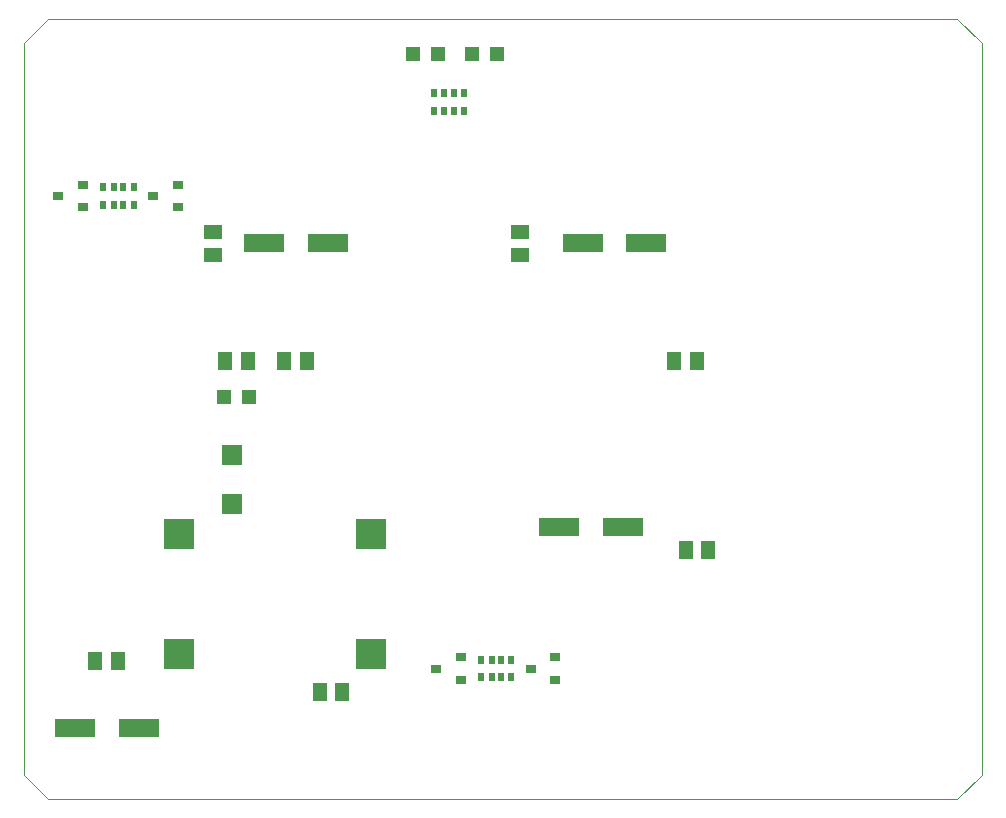
<source format=gtp>
G75*
%MOIN*%
%OFA0B0*%
%FSLAX25Y25*%
%IPPOS*%
%LPD*%
%AMOC8*
5,1,8,0,0,1.08239X$1,22.5*
%
%ADD10C,0.00000*%
%ADD11R,0.04724X0.04724*%
%ADD12R,0.05118X0.06299*%
%ADD13R,0.05906X0.05118*%
%ADD14R,0.13780X0.06299*%
%ADD15R,0.05118X0.05906*%
%ADD16R,0.10000X0.10000*%
%ADD17R,0.06693X0.07087*%
%ADD18R,0.03543X0.03150*%
%ADD19R,0.02362X0.03150*%
%ADD20R,0.01969X0.03150*%
D10*
X0001000Y0008874D02*
X0001000Y0252969D01*
X0008874Y0260843D01*
X0312024Y0260843D01*
X0320409Y0252969D01*
X0320409Y0008874D01*
X0312024Y0001000D01*
X0008874Y0001000D01*
X0001000Y0008874D01*
D11*
X0067732Y0134858D03*
X0076000Y0134858D03*
X0130724Y0249031D03*
X0138992Y0249031D03*
X0150409Y0249031D03*
X0158677Y0249031D03*
D12*
X0217732Y0146669D03*
X0225213Y0146669D03*
X0107102Y0036433D03*
X0099622Y0036433D03*
X0095291Y0146669D03*
X0087811Y0146669D03*
X0075606Y0146669D03*
X0068126Y0146669D03*
D13*
X0063992Y0182299D03*
X0063992Y0189780D03*
X0166354Y0189780D03*
X0166354Y0182299D03*
D14*
X0187220Y0186039D03*
X0208480Y0186039D03*
X0200606Y0091551D03*
X0179346Y0091551D03*
X0102181Y0186039D03*
X0080921Y0186039D03*
X0039189Y0024622D03*
X0017929Y0024622D03*
D15*
X0024819Y0046669D03*
X0032299Y0046669D03*
X0221669Y0083677D03*
X0229150Y0083677D03*
D16*
X0116610Y0089051D03*
X0116610Y0049169D03*
X0052713Y0049169D03*
X0052713Y0089051D03*
D17*
X0070291Y0099228D03*
X0070291Y0115370D03*
D18*
X0138402Y0044307D03*
X0146669Y0040567D03*
X0146669Y0048047D03*
X0169898Y0044307D03*
X0178165Y0040567D03*
X0178165Y0048047D03*
X0052181Y0198047D03*
X0052181Y0205528D03*
X0043913Y0201787D03*
X0020685Y0198047D03*
X0020685Y0205528D03*
X0012417Y0201787D03*
D19*
X0027476Y0198835D03*
X0027476Y0204740D03*
X0037516Y0204740D03*
X0037516Y0198835D03*
X0137713Y0230331D03*
X0137713Y0236236D03*
X0147752Y0236236D03*
X0147752Y0230331D03*
X0153461Y0047260D03*
X0153461Y0041354D03*
X0163500Y0041354D03*
X0163500Y0047260D03*
D20*
X0160055Y0047260D03*
X0156906Y0047260D03*
X0156906Y0041354D03*
X0160055Y0041354D03*
X0034071Y0198835D03*
X0030921Y0198835D03*
X0030921Y0204740D03*
X0034071Y0204740D03*
X0141157Y0230331D03*
X0144307Y0230331D03*
X0144307Y0236236D03*
X0141157Y0236236D03*
M02*

</source>
